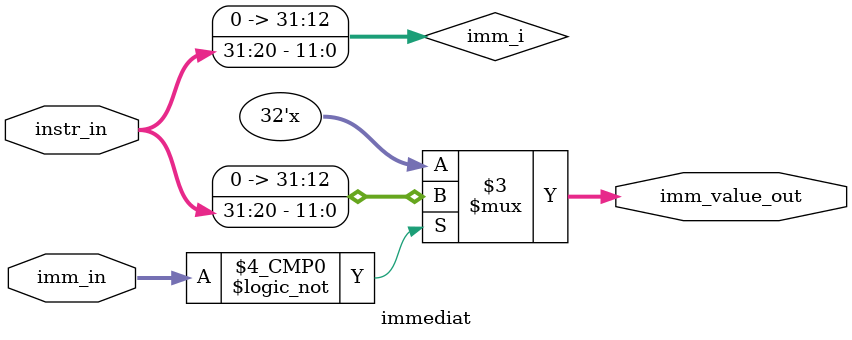
<source format=v>
`ifndef IMM
`define IMM

`define IMM_I     6'b000000


module immediat (
    input [4:0] imm_in,

    input [31:0] instr_in,

    output reg [31:0] imm_value_out
);

    wire [31:0] imm_i;

    assign imm_i = instr_in[31:20];

    always @* begin
        case (imm_in)
            `IMM_I:     imm_value_out = imm_i;
            
        endcase
    end
endmodule

`endif

</source>
